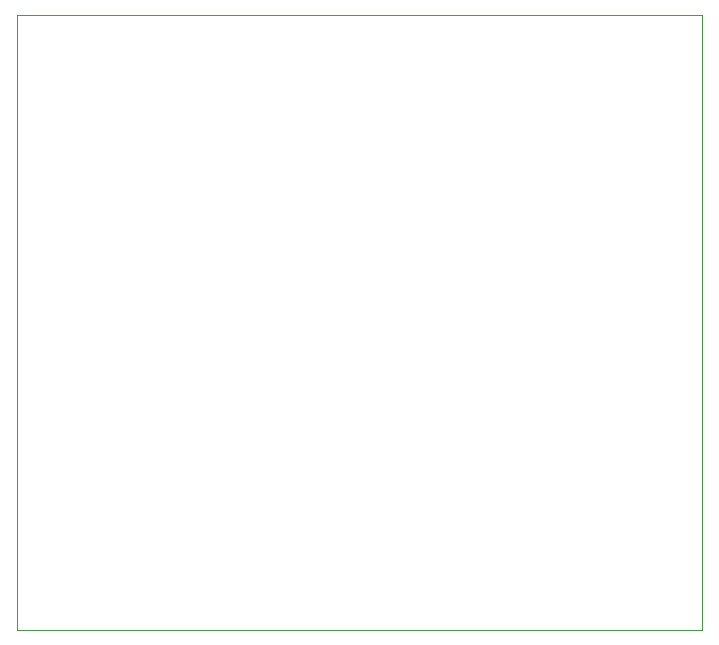
<source format=gko>
G75*
%MOIN*%
%OFA0B0*%
%FSLAX25Y25*%
%IPPOS*%
%LPD*%
%AMOC8*
5,1,8,0,0,1.08239X$1,22.5*
%
%ADD10C,0.00000*%
D10*
X0150000Y0024737D02*
X0150000Y0229461D01*
X0378346Y0229461D01*
X0378346Y0024737D01*
X0150000Y0024737D01*
M02*

</source>
